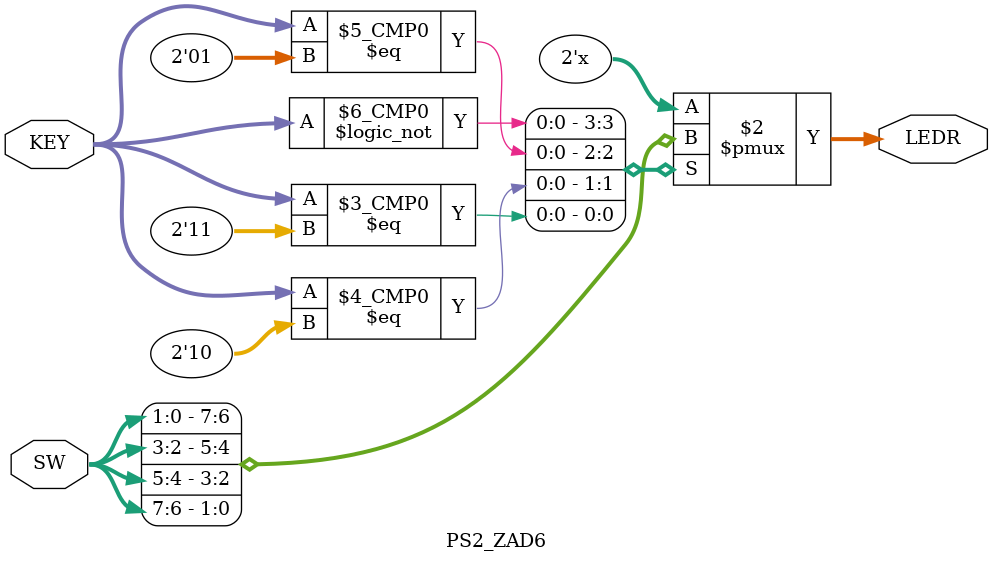
<source format=v>
module PS2_ZAD6(
	input [7:0] SW,
	input [1:0] KEY,
	output reg [1:0] LEDR);
	//assign LEDR=0;
	always @(*)
		case (KEY)
		    2'b00: LEDR = SW[1:0];
		    2'b01: LEDR = SW[3:2];
		    2'b10: LEDR = SW[5:4];
		    2'b11: LEDR = SW[7:6];
		endcase

endmodule

</source>
